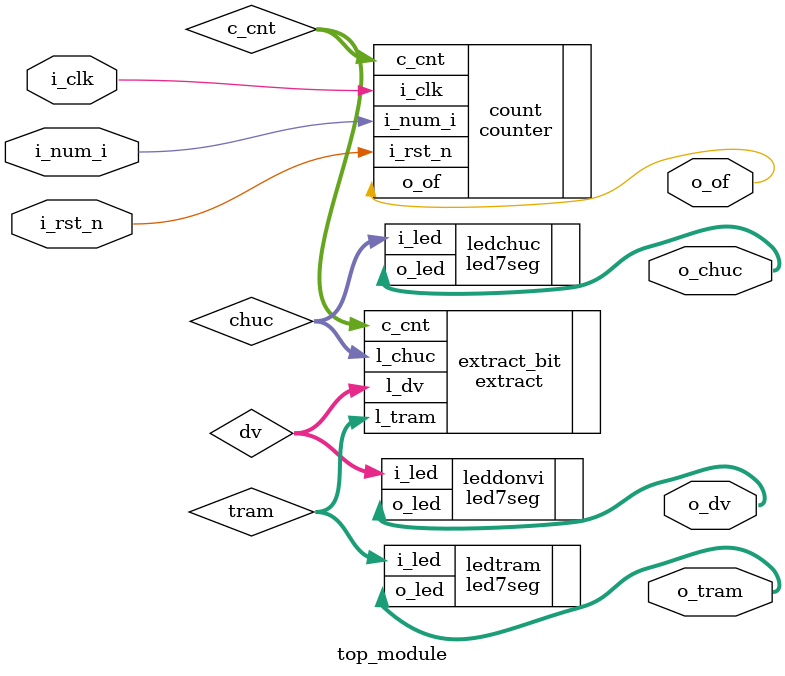
<source format=v>
module top_module (
    input i_clk,
    input i_rst_n,
    input i_num_i,
    output wire [6:0] o_tram,
    output wire [6:0] o_chuc,
    output wire [6:0] o_dv,
    output wire o_of
);
wire [3:0] tram;
wire [3:0] chuc;
wire [3:0] dv;
wire [7:0] c_cnt;

counter count(
.i_clk(i_clk),
.i_rst_n(i_rst_n),
.i_num_i(i_num_i),
.o_of(o_of),
.c_cnt(c_cnt)
);

extract extract_bit(.c_cnt(c_cnt),.l_tram(tram),.l_chuc(chuc),.l_dv(dv));

led7seg ledtram(.i_led(tram), .o_led(o_tram));
led7seg ledchuc(.i_led(chuc), .o_led(o_chuc));
led7seg leddonvi(.i_led(dv), .o_led(o_dv));
endmodule

</source>
